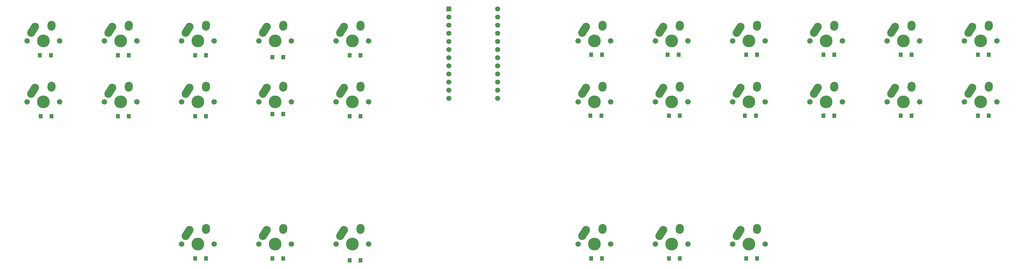
<source format=gbr>
G04 #@! TF.GenerationSoftware,KiCad,Pcbnew,7.0.11*
G04 #@! TF.CreationDate,2024-06-12T14:29:07-04:00*
G04 #@! TF.ProjectId,StenoBoard,5374656e-6f42-46f6-9172-642e6b696361,rev?*
G04 #@! TF.SameCoordinates,Original*
G04 #@! TF.FileFunction,Soldermask,Bot*
G04 #@! TF.FilePolarity,Negative*
%FSLAX46Y46*%
G04 Gerber Fmt 4.6, Leading zero omitted, Abs format (unit mm)*
G04 Created by KiCad (PCBNEW 7.0.11) date 2024-06-12 14:29:07*
%MOMM*%
%LPD*%
G01*
G04 APERTURE LIST*
G04 Aperture macros list*
%AMHorizOval*
0 Thick line with rounded ends*
0 $1 width*
0 $2 $3 position (X,Y) of the first rounded end (center of the circle)*
0 $4 $5 position (X,Y) of the second rounded end (center of the circle)*
0 Add line between two ends*
20,1,$1,$2,$3,$4,$5,0*
0 Add two circle primitives to create the rounded ends*
1,1,$1,$2,$3*
1,1,$1,$4,$5*%
G04 Aperture macros list end*
%ADD10C,1.701800*%
%ADD11C,3.987800*%
%ADD12HorizOval,2.500000X-0.604462X-0.948815X0.604462X0.948815X0*%
%ADD13HorizOval,2.500000X-0.019724X-0.289328X0.019724X0.289328X0*%
%ADD14R,1.600000X1.600000*%
%ADD15C,1.600000*%
%ADD16R,1.200000X1.400000*%
G04 APERTURE END LIST*
D10*
X249000000Y-100040000D03*
D11*
X254080000Y-100040000D03*
D10*
X259160000Y-100040000D03*
D12*
X250825000Y-96520000D03*
D13*
X256600000Y-95250000D03*
D10*
X52705000Y-119090000D03*
D11*
X57785000Y-119090000D03*
D10*
X62865000Y-119090000D03*
D12*
X54530000Y-115570000D03*
D13*
X60305000Y-114300000D03*
D10*
X224870000Y-163540000D03*
D11*
X229950000Y-163540000D03*
D10*
X235030000Y-163540000D03*
D12*
X226695000Y-160020000D03*
D13*
X232470000Y-158750000D03*
D10*
X345520000Y-119090000D03*
D11*
X350600000Y-119090000D03*
D10*
X355680000Y-119090000D03*
D12*
X347345000Y-115570000D03*
D13*
X353120000Y-114300000D03*
D10*
X297260000Y-100040000D03*
D11*
X302340000Y-100040000D03*
D10*
X307420000Y-100040000D03*
D12*
X299085000Y-96520000D03*
D13*
X304860000Y-95250000D03*
D10*
X249000000Y-163540000D03*
D11*
X254080000Y-163540000D03*
D10*
X259160000Y-163540000D03*
D12*
X250825000Y-160020000D03*
D13*
X256600000Y-158750000D03*
D10*
X321390000Y-100040000D03*
D11*
X326470000Y-100040000D03*
D10*
X331550000Y-100040000D03*
D12*
X323215000Y-96520000D03*
D13*
X328990000Y-95250000D03*
D10*
X125095000Y-100040000D03*
D11*
X130175000Y-100040000D03*
D10*
X135255000Y-100040000D03*
D12*
X126920000Y-96520000D03*
D13*
X132695000Y-95250000D03*
D10*
X249000000Y-119090000D03*
D11*
X254080000Y-119090000D03*
D10*
X259160000Y-119090000D03*
D12*
X250825000Y-115570000D03*
D13*
X256600000Y-114300000D03*
D10*
X100965000Y-119090000D03*
D11*
X106045000Y-119090000D03*
D10*
X111125000Y-119090000D03*
D12*
X102790000Y-115570000D03*
D13*
X108565000Y-114300000D03*
D10*
X125095000Y-163540000D03*
D11*
X130175000Y-163540000D03*
D10*
X135255000Y-163540000D03*
D12*
X126920000Y-160020000D03*
D13*
X132695000Y-158750000D03*
D10*
X100965000Y-100040000D03*
D11*
X106045000Y-100040000D03*
D10*
X111125000Y-100040000D03*
D12*
X102790000Y-96520000D03*
D13*
X108565000Y-95250000D03*
D10*
X273130000Y-119090000D03*
D11*
X278210000Y-119090000D03*
D10*
X283290000Y-119090000D03*
D12*
X274955000Y-115570000D03*
D13*
X280730000Y-114300000D03*
D10*
X52705000Y-100040000D03*
D11*
X57785000Y-100040000D03*
D10*
X62865000Y-100040000D03*
D12*
X54530000Y-96520000D03*
D13*
X60305000Y-95250000D03*
D10*
X224870000Y-119090000D03*
D11*
X229950000Y-119090000D03*
D10*
X235030000Y-119090000D03*
D12*
X226695000Y-115570000D03*
D13*
X232470000Y-114300000D03*
D10*
X321390000Y-119090000D03*
D11*
X326470000Y-119090000D03*
D10*
X331550000Y-119090000D03*
D12*
X323215000Y-115570000D03*
D13*
X328990000Y-114300000D03*
D14*
X184429400Y-90043000D03*
D15*
X184429400Y-92583000D03*
X184429400Y-95123000D03*
X184429400Y-97663000D03*
X184429400Y-100203000D03*
X184429400Y-102743000D03*
X184429400Y-105283000D03*
X184429400Y-107823000D03*
X184429400Y-110363000D03*
X184429400Y-112903000D03*
X184429400Y-115443000D03*
X184429400Y-117983000D03*
X199669400Y-117983000D03*
X199669400Y-115443000D03*
X199669400Y-112903000D03*
X199669400Y-110363000D03*
X199669400Y-107823000D03*
X199669400Y-105283000D03*
X199669400Y-102743000D03*
X199669400Y-100203000D03*
X199669400Y-97663000D03*
X199669400Y-95123000D03*
X199669400Y-92583000D03*
X199669400Y-90043000D03*
D10*
X345520000Y-100040000D03*
D11*
X350600000Y-100040000D03*
D10*
X355680000Y-100040000D03*
D12*
X347345000Y-96520000D03*
D13*
X353120000Y-95250000D03*
D10*
X297260000Y-119090000D03*
D11*
X302340000Y-119090000D03*
D10*
X307420000Y-119090000D03*
D12*
X299085000Y-115570000D03*
D13*
X304860000Y-114300000D03*
D10*
X149225000Y-100040000D03*
D11*
X154305000Y-100040000D03*
D10*
X159385000Y-100040000D03*
D12*
X151050000Y-96520000D03*
D13*
X156825000Y-95250000D03*
D10*
X125095000Y-119090000D03*
D11*
X130175000Y-119090000D03*
D10*
X135255000Y-119090000D03*
D12*
X126920000Y-115570000D03*
D13*
X132695000Y-114300000D03*
D10*
X76835000Y-119090000D03*
D11*
X81915000Y-119090000D03*
D10*
X86995000Y-119090000D03*
D12*
X78660000Y-115570000D03*
D13*
X84435000Y-114300000D03*
D10*
X76835000Y-100040000D03*
D11*
X81915000Y-100040000D03*
D10*
X86995000Y-100040000D03*
D12*
X78660000Y-96520000D03*
D13*
X84435000Y-95250000D03*
D10*
X149225000Y-163540000D03*
D11*
X154305000Y-163540000D03*
D10*
X159385000Y-163540000D03*
D12*
X151050000Y-160020000D03*
D13*
X156825000Y-158750000D03*
D10*
X224870000Y-100040000D03*
D11*
X229950000Y-100040000D03*
D10*
X235030000Y-100040000D03*
D12*
X226695000Y-96520000D03*
D13*
X232470000Y-95250000D03*
D10*
X100965000Y-163540000D03*
D11*
X106045000Y-163540000D03*
D10*
X111125000Y-163540000D03*
D12*
X102790000Y-160020000D03*
D13*
X108565000Y-158750000D03*
D10*
X273130000Y-100040000D03*
D11*
X278210000Y-100040000D03*
D10*
X283290000Y-100040000D03*
D12*
X274955000Y-96520000D03*
D13*
X280730000Y-95250000D03*
D10*
X273130000Y-163540000D03*
D11*
X278210000Y-163540000D03*
D10*
X283290000Y-163540000D03*
D12*
X274955000Y-160020000D03*
D13*
X280730000Y-158750000D03*
D10*
X149225000Y-119090000D03*
D11*
X154305000Y-119090000D03*
D10*
X159385000Y-119090000D03*
D12*
X151050000Y-115570000D03*
D13*
X156825000Y-114300000D03*
D16*
X105185000Y-123535000D03*
X108585000Y-123535000D03*
X277350000Y-104358000D03*
X280750000Y-104358000D03*
X253220000Y-167985000D03*
X256620000Y-167985000D03*
X228680000Y-123408000D03*
X232080000Y-123408000D03*
X56925000Y-123535000D03*
X60325000Y-123535000D03*
X105185000Y-167985000D03*
X108585000Y-167985000D03*
X253220000Y-123408000D03*
X256620000Y-123408000D03*
X301480000Y-123408000D03*
X304880000Y-123408000D03*
X129315000Y-105120000D03*
X132715000Y-105120000D03*
X325610000Y-104358000D03*
X329010000Y-104358000D03*
X129315000Y-122900000D03*
X132715000Y-122900000D03*
X277350000Y-167985000D03*
X280750000Y-167985000D03*
X228885000Y-167985000D03*
X232285000Y-167985000D03*
X276940000Y-123408000D03*
X280340000Y-123408000D03*
X301480000Y-104358000D03*
X304880000Y-104358000D03*
X349740000Y-123408000D03*
X353140000Y-123408000D03*
X325610000Y-123408000D03*
X329010000Y-123408000D03*
X153445000Y-168620000D03*
X156845000Y-168620000D03*
X153445000Y-104485000D03*
X156845000Y-104485000D03*
X81055000Y-104485000D03*
X84455000Y-104485000D03*
X228885000Y-104358000D03*
X232285000Y-104358000D03*
X129315000Y-167985000D03*
X132715000Y-167985000D03*
X252810000Y-104358000D03*
X256210000Y-104358000D03*
X105185000Y-104485000D03*
X108585000Y-104485000D03*
X81055000Y-123535000D03*
X84455000Y-123535000D03*
X349740000Y-104358000D03*
X353140000Y-104358000D03*
X56720000Y-104485000D03*
X60120000Y-104485000D03*
X153445000Y-123535000D03*
X156845000Y-123535000D03*
M02*

</source>
